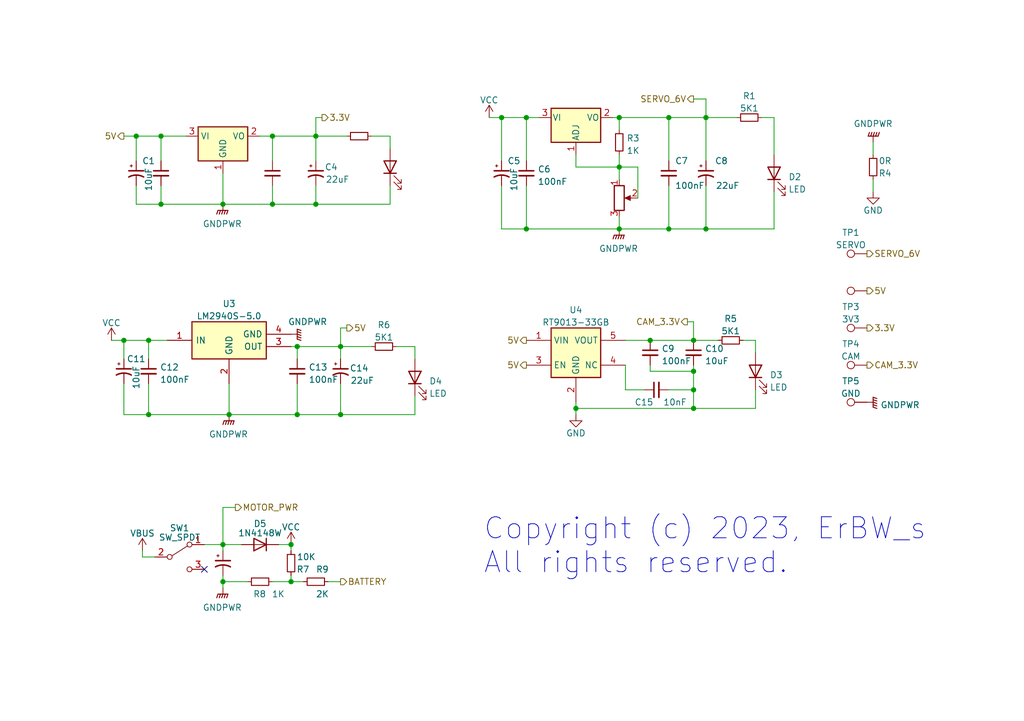
<source format=kicad_sch>
(kicad_sch (version 20230121) (generator eeschema)
  (paper "A5")
  (lib_symbols
    (symbol "Connector:TestPoint" (pin_numbers hide) (pin_names (offset 0.762) hide)
      (property "Reference" "TP" (at 0 6.858 0))
      (property "Value" "TestPoint" (at 0 5.08 0))
      (symbol "TestPoint_0_1"
        (circle (center 0 3.302) (radius 0.762))
      )
      (symbol "TestPoint_1_1"
        (pin passive line (at 0 0 90) (length 2.54) (name "1") (number "1"))
      )
    )
    (symbol "Device:C_Polarized_Small_US" (pin_numbers hide) (pin_names (offset 0.254) hide)
      (property "Reference" "C" (at 0.254 1.778 0))
      (property "Value" "C_Polarized_Small_US" (at 0.254 -2.032 0))
      (symbol "C_Polarized_Small_US_0_1"
        (polyline (pts (xy -1.524 0.508) (xy 1.524 0.508)) (stroke (width 0.3048)))
        (polyline (pts (xy -1.27 1.524) (xy -0.762 1.524)))
        (polyline (pts (xy -1.016 1.27) (xy -1.016 1.778)))
        (arc (start 1.524 -0.762) (mid 0 -0.3734) (end -1.524 -0.762) (stroke (width 0.3048)))
      )
      (symbol "C_Polarized_Small_US_1_1"
        (pin passive line (at 0 2.54 270) (length 2.032) (name "~") (number "1"))
        (pin passive line (at 0 -2.54 90) (length 2.032) (name "~") (number "2"))
      )
    )
    (symbol "Device:C_Small" (pin_numbers hide) (pin_names (offset 0.254) hide)
      (property "Reference" "C" (at 0.254 1.778 0))
      (property "Value" "C_Small" (at 0.254 -2.032 0))
      (symbol "C_Small_0_1"
        (polyline (pts (xy -1.524 -0.508) (xy 1.524 -0.508)) (stroke (width 0.3302)))
        (polyline (pts (xy -1.524 0.508) (xy 1.524 0.508)) (stroke (width 0.3048)))
      )
      (symbol "C_Small_1_1"
        (pin passive line (at 0 2.54 270) (length 2.032) (name "~") (number "1"))
        (pin passive line (at 0 -2.54 90) (length 2.032) (name "~") (number "2"))
      )
    )
    (symbol "Device:LED" (pin_numbers hide) (pin_names (offset 1.016) hide)
      (property "Reference" "D" (at 0 2.54 0))
      (property "Value" "LED" (at 0 -2.54 0))
      (symbol "LED_0_1"
        (polyline (pts (xy -1.27 -1.27) (xy -1.27 1.27)) (stroke (width 0.254)))
        (polyline (pts (xy -1.27 0) (xy 1.27 0)))
        (polyline (pts (xy 1.27 -1.27) (xy 1.27 1.27) (xy -1.27 0) (xy 1.27 -1.27)) (stroke (width 0.254)))
        (polyline (pts (xy -3.048 -0.762) (xy -4.572 -2.286) (xy -3.81 -2.286) (xy -4.572 -2.286) (xy -4.572 -1.524)))
        (polyline (pts (xy -1.778 -0.762) (xy -3.302 -2.286) (xy -2.54 -2.286) (xy -3.302 -2.286) (xy -3.302 -1.524)))
      )
      (symbol "LED_1_1"
        (pin passive line (at -3.81 0 0) (length 2.54) (name "K") (number "1"))
        (pin passive line (at 3.81 0 180) (length 2.54) (name "A") (number "2"))
      )
    )
    (symbol "Device:R_Potentiometer" (pin_names (offset 1.016) hide)
      (property "Reference" "RV" (at -4.445 0 90))
      (property "Value" "R_Potentiometer" (at -2.54 0 90))
      (symbol "R_Potentiometer_0_1"
        (polyline (pts (xy 2.54 0) (xy 1.524 0)))
        (polyline (pts (xy 1.143 0) (xy 2.286 0.508) (xy 2.286 -0.508) (xy 1.143 0)) (fill (type outline)))
        (rectangle (start 1.016 2.54) (end -1.016 -2.54) (stroke (width 0.254)))
      )
      (symbol "R_Potentiometer_1_1"
        (pin passive line (at 0 3.81 270) (length 1.27) (name "1") (number "1"))
        (pin passive line (at 3.81 0 180) (length 1.27) (name "2") (number "2"))
        (pin passive line (at 0 -3.81 90) (length 1.27) (name "3") (number "3"))
      )
    )
    (symbol "Device:R_Small" (pin_numbers hide) (pin_names (offset 0.254) hide)
      (property "Reference" "R" (at 0.762 0.508 0))
      (property "Value" "R_Small" (at 0.762 -1.016 0))
      (symbol "R_Small_0_1"
        (rectangle (start -0.762 1.778) (end 0.762 -1.778) (stroke (width 0.2032)))
      )
      (symbol "R_Small_1_1"
        (pin passive line (at 0 2.54 270) (length 0.762) (name "~") (number "1"))
        (pin passive line (at 0 -2.54 90) (length 0.762) (name "~") (number "2"))
      )
    )
    (symbol "Diode:1N4148W" (pin_numbers hide) (pin_names hide)
      (property "Reference" "D" (at 0 2.54 0))
      (property "Value" "1N4148W" (at 0 -2.54 0))
      (symbol "1N4148W_0_1"
        (polyline (pts (xy -1.27 1.27) (xy -1.27 -1.27)) (stroke (width 0.254)))
        (polyline (pts (xy 1.27 0) (xy -1.27 0)))
        (polyline (pts (xy 1.27 1.27) (xy 1.27 -1.27) (xy -1.27 0) (xy 1.27 1.27)) (stroke (width 0.254)))
      )
      (symbol "1N4148W_1_1"
        (pin passive line (at -3.81 0 0) (length 2.54) (name "K") (number "1"))
        (pin passive line (at 3.81 0 180) (length 2.54) (name "A") (number "2"))
      )
    )
    (symbol "ErBW_s:LM2940S-5.0" (pin_names (offset 0.762))
      (property "Reference" "U" (at 24.13 7.62 0))
      (property "Value" "LM2940S-5.0" (at 24.13 5.08 0))
      (symbol "LM2940S-5.0_0_0"
        (pin input line (at 0 -1.27 0) (length 5.08) (name "IN") (number "1"))
        (pin power_in line (at 12.7 -10.16 90) (length 5.08) (name "GND") (number "2"))
        (pin output line (at 25.4 -2.54 180) (length 5.08) (name "OUT") (number "3"))
        (pin power_in line (at 25.4 0 180) (length 5.08) (name "GND") (number "4"))
      )
      (symbol "LM2940S-5.0_0_1"
        (rectangle (start 5.08 2.54) (end 20.32 -5.08) (stroke (width 0.254)) (fill (type background)))
      )
    )
    (symbol "ErBW_s:RT9013-33GB"
      (property "Reference" "U" (at 0 6.35 0))
      (property "Value" "RT9013-33GB" (at 7.62 -6.35 0))
      (symbol "RT9013-33GB_0_0"
        (pin power_in line (at -10.16 2.54 0) (length 5.08) (name "VIN") (number "1"))
        (pin power_in line (at 0 -10.16 90) (length 5.08) (name "GND") (number "2"))
        (pin bidirectional line (at -10.16 -2.54 0) (length 5.08) (name "EN") (number "3"))
        (pin bidirectional line (at 10.16 -2.54 180) (length 5.08) (name "NC") (number "4"))
        (pin power_in line (at 10.16 2.54 180) (length 5.08) (name "VOUT") (number "5"))
      )
      (symbol "RT9013-33GB_0_1"
        (rectangle (start -5.08 5.08) (end 5.08 -5.08) (stroke (width 0.254)) (fill (type background)))
      )
    )
    (symbol "Regulator_Linear:AMS1117-3.3"
      (property "Reference" "U" (at -3.81 3.175 0))
      (property "Value" "AMS1117-3.3" (at 0 3.175 0))
      (symbol "AMS1117-3.3_0_1"
        (rectangle (start -5.08 -5.08) (end 5.08 1.905) (stroke (width 0.254)) (fill (type background)))
      )
      (symbol "AMS1117-3.3_1_1"
        (pin power_in line (at 0 -7.62 90) (length 2.54) (name "GND") (number "1"))
        (pin power_out line (at 7.62 0 180) (length 2.54) (name "VO") (number "2"))
        (pin power_in line (at -7.62 0 0) (length 2.54) (name "VI") (number "3"))
      )
    )
    (symbol "Regulator_Linear:LM1085-ADJ" (pin_names (offset 0.254))
      (property "Reference" "U" (at -3.81 3.175 0))
      (property "Value" "LM1085-ADJ" (at 0 3.175 0))
      (symbol "LM1085-ADJ_0_1"
        (rectangle (start -5.08 1.905) (end 5.08 -5.08) (stroke (width 0.254)) (fill (type background)))
      )
      (symbol "LM1085-ADJ_1_1"
        (pin input line (at 0 -7.62 90) (length 2.54) (name "ADJ") (number "1"))
        (pin power_out line (at 7.62 0 180) (length 2.54) (name "VO") (number "2"))
        (pin power_in line (at -7.62 0 0) (length 2.54) (name "VI") (number "3"))
      )
    )
    (symbol "Switch:SW_SPDT" (pin_names (offset 0) hide)
      (property "Reference" "SW" (at 0 4.318 0))
      (property "Value" "SW_SPDT" (at 0 -5.08 0))
      (symbol "SW_SPDT_0_0"
        (circle (center -2.032 0) (radius 0.508))
        (circle (center 2.032 -2.54) (radius 0.508))
      )
      (symbol "SW_SPDT_0_1"
        (polyline (pts (xy -1.524 0.254) (xy 1.651 2.286)))
        (circle (center 2.032 2.54) (radius 0.508))
      )
      (symbol "SW_SPDT_1_1"
        (pin passive line (at 5.08 2.54 180) (length 2.54) (name "A") (number "1"))
        (pin passive line (at -5.08 0 0) (length 2.54) (name "B") (number "2"))
        (pin passive line (at 5.08 -2.54 180) (length 2.54) (name "C") (number "3"))
      )
    )
    (symbol "power:GND" (power) (pin_names (offset 0))
      (property "Value" "GND" (at 0 -3.81 0))
      (symbol "GND_0_1"
        (polyline (pts (xy 0 0) (xy 0 -1.27) (xy 1.27 -1.27) (xy 0 -2.54) (xy -1.27 -1.27) (xy 0 -1.27)))
      )
      (symbol "GND_1_1"
        (pin power_in line (at 0 0 270) (length 0) hide (name "GND") (number "1"))
      )
    )
    (symbol "power:GNDPWR" (power) (pin_names (offset 0))
      (property "Value" "GNDPWR" (at 0 -3.302 0))
      (symbol "GNDPWR_0_1"
        (polyline (pts (xy 0 -1.27) (xy 0 0)))
        (polyline (pts (xy -1.016 -1.27) (xy -1.27 -2.032) (xy -1.27 -2.032)) (stroke (width 0.2032)))
        (polyline (pts (xy -0.508 -1.27) (xy -0.762 -2.032) (xy -0.762 -2.032)) (stroke (width 0.2032)))
        (polyline (pts (xy 0 -1.27) (xy -0.254 -2.032) (xy -0.254 -2.032)) (stroke (width 0.2032)))
        (polyline (pts (xy 0.508 -1.27) (xy 0.254 -2.032) (xy 0.254 -2.032)) (stroke (width 0.2032)))
        (polyline (pts (xy 1.016 -1.27) (xy -1.016 -1.27) (xy -1.016 -1.27)) (stroke (width 0.2032)))
        (polyline (pts (xy 1.016 -1.27) (xy 0.762 -2.032) (xy 0.762 -2.032) (xy 0.762 -2.032)) (stroke (width 0.2032)))
      )
      (symbol "GNDPWR_1_1"
        (pin power_in line (at 0 0 270) (length 0) hide (name "GNDPWR") (number "1"))
      )
    )
    (symbol "power:VBUS" (power) (pin_names (offset 0))
      (property "Value" "VBUS" (at 0 3.81 0))
      (symbol "VBUS_0_1"
        (polyline (pts (xy -0.762 1.27) (xy 0 2.54)))
        (polyline (pts (xy 0 0) (xy 0 2.54)))
        (polyline (pts (xy 0 2.54) (xy 0.762 1.27)))
      )
      (symbol "VBUS_1_1"
        (pin power_in line (at 0 0 90) (length 0) hide (name "VBUS") (number "1"))
      )
    )
    (symbol "power:VCC" (power) (pin_names (offset 0))
      (property "Value" "VCC" (at 0 3.81 0))
      (symbol "VCC_0_1"
        (polyline (pts (xy -0.762 1.27) (xy 0 2.54)))
        (polyline (pts (xy 0 0) (xy 0 2.54)))
        (polyline (pts (xy 0 2.54) (xy 0.762 1.27)))
      )
      (symbol "VCC_1_1"
        (pin power_in line (at 0 0 90) (length 0) hide (name "VCC") (number "1"))
      )
    )
  )
  (junction (at 144.78 24.13))
  (junction (at 45.72 41.91))
  (junction (at 118.11 83.82))
  (junction (at 142.24 83.82))
  (junction (at 137.16 24.13))
  (junction (at 45.72 119.38))
  (junction (at 30.48 85.09))
  (junction (at 33.02 41.91))
  (junction (at 102.87 24.13))
  (junction (at 59.69 111.76))
  (junction (at 60.96 71.12))
  (junction (at 60.96 85.09))
  (junction (at 64.77 41.91))
  (junction (at 107.95 46.99))
  (junction (at 55.88 27.94))
  (junction (at 127 46.99))
  (junction (at 142.24 80.01))
  (junction (at 27.94 27.94))
  (junction (at 142.24 69.85))
  (junction (at 45.72 111.76))
  (junction (at 59.69 119.38))
  (junction (at 127 24.13))
  (junction (at 25.4 69.85))
  (junction (at 69.85 85.09))
  (junction (at 69.85 71.12))
  (junction (at 30.48 69.85))
  (junction (at 55.88 41.91))
  (junction (at 64.77 27.94))
  (junction (at 133.35 69.85))
  (junction (at 33.02 27.94))
  (junction (at 142.24 76.2))
  (junction (at 127 34.29))
  (junction (at 137.16 46.99))
  (junction (at 107.95 24.13))
  (junction (at 144.78 46.99))
  (junction (at 46.99 85.09))
  (no_connect (at 41.91 116.84))
  (wire (pts (xy 64.77 27.94) (xy 71.12 27.94)))
  (wire (pts (xy 179.07 39.37) (xy 179.07 36.83)))
  (wire (pts (xy 142.24 20.32) (xy 144.78 20.32)))
  (wire (pts (xy 59.69 119.38) (xy 55.88 119.38)))
  (wire (pts (xy 33.02 27.94) (xy 38.1 27.94)))
  (wire (pts (xy 154.94 80.01) (xy 154.94 83.82)))
  (wire (pts (xy 128.27 69.85) (xy 133.35 69.85)))
  (wire (pts (xy 142.24 66.04) (xy 142.24 69.85)))
  (wire (pts (xy 144.78 20.32) (xy 144.78 24.13)))
  (wire (pts (xy 29.21 113.03) (xy 29.21 114.3)))
  (wire (pts (xy 158.75 39.37) (xy 158.75 46.99)))
  (wire (pts (xy 64.77 41.91) (xy 64.77 38.1)))
  (wire (pts (xy 85.09 81.28) (xy 85.09 85.09)))
  (wire (pts (xy 45.72 118.11) (xy 45.72 119.38)))
  (wire (pts (xy 107.95 38.1) (xy 107.95 46.99)))
  (wire (pts (xy 137.16 80.01) (xy 142.24 80.01)))
  (wire (pts (xy 118.11 85.09) (xy 118.11 83.82)))
  (wire (pts (xy 152.4 69.85) (xy 154.94 69.85)))
  (wire (pts (xy 127 24.13) (xy 137.16 24.13)))
  (wire (pts (xy 59.69 119.38) (xy 62.23 119.38)))
  (wire (pts (xy 60.96 85.09) (xy 69.85 85.09)))
  (wire (pts (xy 144.78 24.13) (xy 151.13 24.13)))
  (wire (pts (xy 142.24 74.93) (xy 142.24 76.2)))
  (wire (pts (xy 158.75 46.99) (xy 144.78 46.99)))
  (wire (pts (xy 125.73 24.13) (xy 127 24.13)))
  (wire (pts (xy 71.12 67.31) (xy 69.85 67.31)))
  (wire (pts (xy 85.09 71.12) (xy 85.09 73.66)))
  (wire (pts (xy 133.35 76.2) (xy 142.24 76.2)))
  (wire (pts (xy 57.15 111.76) (xy 59.69 111.76)))
  (wire (pts (xy 142.24 69.85) (xy 147.32 69.85)))
  (wire (pts (xy 127 44.45) (xy 127 46.99)))
  (wire (pts (xy 137.16 46.99) (xy 144.78 46.99)))
  (wire (pts (xy 22.86 69.85) (xy 25.4 69.85)))
  (wire (pts (xy 59.69 71.12) (xy 60.96 71.12)))
  (wire (pts (xy 25.4 69.85) (xy 25.4 73.66)))
  (wire (pts (xy 154.94 69.85) (xy 154.94 72.39)))
  (wire (pts (xy 55.88 27.94) (xy 55.88 33.02)))
  (wire (pts (xy 55.88 38.1) (xy 55.88 41.91)))
  (wire (pts (xy 158.75 24.13) (xy 158.75 31.75)))
  (wire (pts (xy 69.85 71.12) (xy 69.85 73.66)))
  (wire (pts (xy 27.94 27.94) (xy 27.94 33.02)))
  (wire (pts (xy 30.48 69.85) (xy 30.48 73.66)))
  (wire (pts (xy 25.4 27.94) (xy 27.94 27.94)))
  (wire (pts (xy 45.72 41.91) (xy 55.88 41.91)))
  (wire (pts (xy 45.72 111.76) (xy 45.72 113.03)))
  (wire (pts (xy 137.16 24.13) (xy 144.78 24.13)))
  (wire (pts (xy 80.01 41.91) (xy 64.77 41.91)))
  (wire (pts (xy 27.94 27.94) (xy 33.02 27.94)))
  (wire (pts (xy 130.81 40.64) (xy 130.81 34.29)))
  (wire (pts (xy 45.72 35.56) (xy 45.72 41.91)))
  (wire (pts (xy 156.21 24.13) (xy 158.75 24.13)))
  (wire (pts (xy 30.48 78.74) (xy 30.48 85.09)))
  (wire (pts (xy 81.28 71.12) (xy 85.09 71.12)))
  (wire (pts (xy 59.69 118.11) (xy 59.69 119.38)))
  (wire (pts (xy 102.87 24.13) (xy 102.87 33.02)))
  (wire (pts (xy 76.2 27.94) (xy 80.01 27.94)))
  (wire (pts (xy 154.94 83.82) (xy 142.24 83.82)))
  (wire (pts (xy 137.16 38.1) (xy 137.16 46.99)))
  (wire (pts (xy 48.26 104.14) (xy 45.72 104.14)))
  (wire (pts (xy 34.29 69.85) (xy 30.48 69.85)))
  (wire (pts (xy 137.16 24.13) (xy 137.16 33.02)))
  (wire (pts (xy 66.04 24.13) (xy 64.77 24.13)))
  (wire (pts (xy 53.34 27.94) (xy 55.88 27.94)))
  (wire (pts (xy 69.85 67.31) (xy 69.85 71.12)))
  (wire (pts (xy 46.99 85.09) (xy 60.96 85.09)))
  (wire (pts (xy 45.72 119.38) (xy 45.72 120.65)))
  (wire (pts (xy 25.4 78.74) (xy 25.4 85.09)))
  (wire (pts (xy 27.94 41.91) (xy 33.02 41.91)))
  (wire (pts (xy 127 24.13) (xy 127 26.67)))
  (wire (pts (xy 55.88 27.94) (xy 64.77 27.94)))
  (wire (pts (xy 69.85 85.09) (xy 85.09 85.09)))
  (wire (pts (xy 60.96 78.74) (xy 60.96 85.09)))
  (wire (pts (xy 46.99 78.74) (xy 46.99 85.09)))
  (wire (pts (xy 133.35 74.93) (xy 133.35 76.2)))
  (wire (pts (xy 127 34.29) (xy 127 36.83)))
  (wire (pts (xy 144.78 46.99) (xy 144.78 38.1)))
  (wire (pts (xy 59.69 111.76) (xy 59.69 113.03)))
  (wire (pts (xy 69.85 71.12) (xy 76.2 71.12)))
  (wire (pts (xy 128.27 80.01) (xy 132.08 80.01)))
  (wire (pts (xy 45.72 104.14) (xy 45.72 111.76)))
  (wire (pts (xy 144.78 24.13) (xy 144.78 33.02)))
  (wire (pts (xy 142.24 80.01) (xy 142.24 83.82)))
  (wire (pts (xy 133.35 69.85) (xy 142.24 69.85)))
  (wire (pts (xy 100.33 24.13) (xy 102.87 24.13)))
  (wire (pts (xy 55.88 41.91) (xy 64.77 41.91)))
  (wire (pts (xy 29.21 114.3) (xy 31.75 114.3)))
  (wire (pts (xy 27.94 38.1) (xy 27.94 41.91)))
  (wire (pts (xy 140.97 66.04) (xy 142.24 66.04)))
  (wire (pts (xy 45.72 119.38) (xy 50.8 119.38)))
  (wire (pts (xy 107.95 24.13) (xy 102.87 24.13)))
  (wire (pts (xy 80.01 38.1) (xy 80.01 41.91)))
  (wire (pts (xy 64.77 24.13) (xy 64.77 27.94)))
  (wire (pts (xy 118.11 83.82) (xy 118.11 82.55)))
  (wire (pts (xy 142.24 76.2) (xy 142.24 80.01)))
  (wire (pts (xy 69.85 119.38) (xy 67.31 119.38)))
  (wire (pts (xy 102.87 38.1) (xy 102.87 46.99)))
  (wire (pts (xy 33.02 27.94) (xy 33.02 33.02)))
  (wire (pts (xy 69.85 78.74) (xy 69.85 85.09)))
  (wire (pts (xy 110.49 24.13) (xy 107.95 24.13)))
  (wire (pts (xy 80.01 27.94) (xy 80.01 30.48)))
  (wire (pts (xy 130.81 34.29) (xy 127 34.29)))
  (wire (pts (xy 128.27 74.93) (xy 128.27 80.01)))
  (wire (pts (xy 33.02 41.91) (xy 45.72 41.91)))
  (wire (pts (xy 127 31.75) (xy 127 34.29)))
  (wire (pts (xy 179.07 31.75) (xy 179.07 29.21)))
  (wire (pts (xy 127 34.29) (xy 118.11 34.29)))
  (wire (pts (xy 127 46.99) (xy 137.16 46.99)))
  (wire (pts (xy 64.77 27.94) (xy 64.77 33.02)))
  (wire (pts (xy 45.72 111.76) (xy 49.53 111.76)))
  (wire (pts (xy 30.48 85.09) (xy 46.99 85.09)))
  (wire (pts (xy 33.02 38.1) (xy 33.02 41.91)))
  (wire (pts (xy 25.4 85.09) (xy 30.48 85.09)))
  (wire (pts (xy 60.96 71.12) (xy 69.85 71.12)))
  (wire (pts (xy 107.95 24.13) (xy 107.95 33.02)))
  (wire (pts (xy 142.24 83.82) (xy 118.11 83.82)))
  (wire (pts (xy 118.11 34.29) (xy 118.11 31.75)))
  (wire (pts (xy 60.96 71.12) (xy 60.96 73.66)))
  (wire (pts (xy 102.87 46.99) (xy 107.95 46.99)))
  (wire (pts (xy 107.95 46.99) (xy 127 46.99)))
  (wire (pts (xy 41.91 111.76) (xy 45.72 111.76)))
  (wire (pts (xy 30.48 69.85) (xy 25.4 69.85)))
  (text "Copyright (c) 2023, ErBW_s\nAll rights reserved." (at 99.06 118.11 0) (effects (font (size 4.318 4.318)) (justify left bottom)))
  (hierarchical_label "CAM_3.3V" (shape output) (at 177.8 74.93 0))
  (hierarchical_label "5V" (shape output) (at 71.12 67.31 0))
  (hierarchical_label "CAM_3.3V" (shape output) (at 140.97 66.04 180))
  (hierarchical_label "BATTERY" (shape output) (at 69.85 119.38 0))
  (hierarchical_label "3.3V" (shape output) (at 177.8 67.31 0))
  (hierarchical_label "5V" (shape output) (at 107.95 74.93 180))
  (hierarchical_label "SERVO_6V" (shape output) (at 142.24 20.32 180))
  (hierarchical_label "SERVO_6V" (shape output) (at 177.8 52.07 0))
  (hierarchical_label "5V" (shape output) (at 177.8 59.69 0))
  (hierarchical_label "5V" (shape output) (at 25.4 27.94 180))
  (hierarchical_label "MOTOR_PWR" (shape output) (at 48.26 104.14 0))
  (hierarchical_label "3.3V" (shape output) (at 66.04 24.13 0))
  (hierarchical_label "5V" (shape output) (at 107.95 69.85 180))
  (symbol (lib_id "Device:C_Small") (at 137.16 35.56 0) (unit 1)
    (property "Reference" "C7" (at 138.43 33.02 0) (effects (justify left)))
    (property "Value" "100nF" (at 138.43 38.1 0) (effects (justify left)))
    (property "Footprint" "Capacitor_SMD:C_0603_1608Metric" (effects hide))
  )
  (symbol (lib_id "Regulator_Linear:LM1085-ADJ") (at 118.11 24.13 0) (unit 1)
    (property "Reference" "U1" (at 118.11 18.5252 0))
    (property "Value" "LM1085-ADJ" (at 118.11 21.0621 0))
    (property "Footprint" "Package_TO_SOT_SMD:TO-263-3_TabPin4" (effects hide))
    (property "Reference" "U?" (effects hide))
    (property "Value" "LM1085-ADJ" (effects hide))
    (instances (project "FrontCarMotherBoard" (path "" (reference "U1") (unit 1))))
  )
  (symbol (lib_id "Device:C_Polarized_Small_US") (at 45.72 115.57 0) (unit 1)
    (property "Reference" "C16" (at 48.0314 114.3035 0) (effects (justify left)))
    (property "Value" "470uF" (at 48.0314 116.8404 0) (effects (justify left)))
    (property "Footprint" "Capacitor_Tantalum_SMD:CP_EIA-7343-30_AVX-N" (effects hide))
    (property "Reference" "C?" (effects hide))
    (property "Value" "470uF" (effects hide))
    (instances (project "FrontCarMotherBoard" (path "" (reference "C16") (unit 1))))
  )
  (symbol (lib_id "Device:LED") (at 154.94 76.2 90) (unit 1)
    (property "Reference" "D3" (at 157.861 76.9528 90) (effects (justify right)))
    (property "Value" "LED" (at 157.861 79.4897 90) (effects (justify right)))
    (property "Footprint" "LED_SMD:LED_0805_2012Metric" (effects hide))
  )
  (symbol (lib_id "power:VCC") (at 59.69 111.76 0) (unit 1)
    (property "Reference" "#PWR011" (effects hide))
    (property "Value" "VCC" (at 59.69 108.1842 0))
  )
  (symbol (lib_id "Connector:TestPoint") (at 177.8 52.07 90) (unit 1)
    (property "Reference" "TP1" (at 174.498 47.7352 90))
    (property "Value" "SERVO" (at 174.498 50.2721 90))
    (property "Footprint" "TestPoint:TestPoint_Pad_D2.5mm" (effects hide))
  )
  (symbol (lib_id "Device:R_Potentiometer") (at 127 40.64 0) (unit 1)
    (property "Reference" "RV1" (at 125.2221 39.8053 0) (effects (justify right)))
    (property "Value" "3296W" (at 125.2221 42.3422 0) (effects (justify right)))
    (property "Footprint" "ErBW_s:3296W" (effects hide))
    (property "Reference" "RV?" (effects hide))
    (property "Value" "3296W" (effects hide))
    (instances (project "FrontCarMotherBoard" (path "" (reference "RV1") (unit 1))))
  )
  (symbol (lib_id "power:GNDPWR") (at 45.72 41.91 0) (unit 1)
    (property "Reference" "#PWR04" (effects hide))
    (property "Value" "GNDPWR" (at 45.593 45.947 0))
  )
  (symbol (lib_id "Device:C_Small") (at 133.35 72.39 0) (unit 1)
    (property "Reference" "C9" (at 135.6741 71.5616 0) (effects (justify left)))
    (property "Value" "100nF" (at 135.6741 74.0985 0) (effects (justify left)))
    (property "Footprint" "Capacitor_SMD:C_0603_1608Metric" (effects hide))
  )
  (symbol (lib_id "power:GNDPWR") (at 179.07 29.21 180) (unit 1)
    (property "Reference" "#PWR02" (effects hide))
    (property "Value" "GNDPWR" (at 179.07 25.4 0))
  )
  (symbol (lib_id "Device:LED") (at 158.75 35.56 90) (unit 1)
    (property "Reference" "D2" (at 161.671 36.3128 90) (effects (justify right)))
    (property "Value" "LED" (at 161.671 38.8497 90) (effects (justify right)))
    (property "Footprint" "LED_SMD:LED_0805_2012Metric" (effects hide))
  )
  (symbol (lib_id "Device:C_Polarized_Small_US") (at 144.78 35.56 0) (unit 1)
    (property "Reference" "C8" (at 147.955 33.02 0))
    (property "Value" "22uF" (at 149.225 38.1 0))
    (property "Footprint" "Capacitor_Tantalum_SMD:CP_EIA-3528-15_AVX-H" (effects hide))
  )
  (symbol (lib_id "Device:R_Small") (at 73.66 27.94 90) (unit 1)
    (property "Reference" "R2" (at 73.66 23.5036 90))
    (property "Value" "5K1" (at 73.66 26.0405 90))
    (property "Footprint" "Resistor_SMD:R_0603_1608Metric" (effects hide))
    (property "Reference" "R?" (effects hide))
    (property "Value" "5K1" (effects hide))
    (instances (project "FrontCarMotherBoard" (path "" (reference "R2") (unit 1))))
  )
  (symbol (lib_id "power:GND") (at 179.07 39.37 0) (unit 1)
    (property "Reference" "#PWR03" (effects hide))
    (property "Value" "GND" (at 179.07 43.18 0))
  )
  (symbol (lib_id "power:VBUS") (at 29.21 113.03 0) (unit 1)
    (property "Reference" "#PWR012" (effects hide))
    (property "Value" "VBUS" (at 29.21 109.4542 0))
  )
  (symbol (lib_id "Device:C_Small") (at 134.62 80.01 90) (unit 1)
    (property "Reference" "C15" (at 132.08 82.55 90))
    (property "Value" "10nF" (at 138.43 82.55 90))
    (property "Footprint" "Capacitor_SMD:C_0603_1608Metric" (effects hide))
  )
  (symbol (lib_id "Device:C_Small") (at 60.96 76.2 0) (unit 1)
    (property "Reference" "C13" (at 63.2841 75.3716 0) (effects (justify left)))
    (property "Value" "100nF" (at 63.2841 77.9085 0) (effects (justify left)))
    (property "Footprint" "Capacitor_SMD:C_0603_1608Metric" (effects hide))
  )
  (symbol (lib_id "power:GND") (at 118.11 85.09 0) (unit 1)
    (property "Reference" "#PWR010" (effects hide))
    (property "Value" "GND" (at 118.11 88.9 0))
  )
  (symbol (lib_id "Device:C_Small") (at 55.88 35.56 0) (unit 1)
    (property "Reference" "C3" (at 58.2041 34.7316 0) (effects (justify left)))
    (property "Value" "100nF" (at 58.2041 37.2685 0) (effects (justify left)))
    (property "Footprint" "Capacitor_SMD:C_0603_1608Metric" (effects hide))
    (property "Reference" "C?" (effects hide))
    (property "Value" "0.1uF" (effects hide))
    (instances (project "FrontCarMotherBoard" (path "" (reference "C3") (unit 1))))
  )
  (symbol (lib_id "Device:R_Small") (at 149.86 69.85 90) (unit 1)
    (property "Reference" "R5" (at 149.86 65.4136 90))
    (property "Value" "5K1" (at 149.86 67.9505 90))
    (property "Footprint" "Resistor_SMD:R_0603_1608Metric" (effects hide))
  )
  (symbol (lib_id "Regulator_Linear:AMS1117-3.3") (at 45.72 27.94 0) (unit 1)
    (property "Reference" "U2" (at 45.72 22.3352 0))
    (property "Value" "AMS1117-3.3" (at 45.72 24.8721 0))
    (property "Footprint" "Package_TO_SOT_SMD:SOT-223" (effects hide))
    (property "Reference" "U?" (effects hide))
    (property "Value" "AMS1117-3.3" (effects hide))
    (instances (project "FrontCarMotherBoard" (path "" (reference "U2") (unit 1))))
  )
  (symbol (lib_id "Device:R_Small") (at 64.77 119.38 90) (unit 1)
    (property "Reference" "R9" (at 64.77 116.84 90) (effects (justify right)))
    (property "Value" "2K" (at 64.77 121.92 90) (effects (justify right)))
    (property "Footprint" "Resistor_SMD:R_0603_1608Metric" (effects hide))
  )
  (symbol (lib_id "power:GNDPWR") (at 127 46.99 0) (unit 1)
    (property "Reference" "#PWR05" (effects hide))
    (property "Value" "GNDPWR" (at 126.873 51.027 0))
  )
  (symbol (lib_id "Device:C_Small") (at 30.48 76.2 0) (unit 1)
    (property "Reference" "C12" (at 32.8041 75.3716 0) (effects (justify left)))
    (property "Value" "100nF" (at 32.8041 77.9085 0) (effects (justify left)))
    (property "Footprint" "Capacitor_SMD:C_0603_1608Metric" (effects hide))
  )
  (symbol (lib_id "Device:C_Small") (at 33.02 35.56 0) (unit 1)
    (property "Reference" "C2" (at 35.3441 34.7316 0) (effects (justify left)))
    (property "Value" "100nF" (at 35.3441 37.2685 0) (effects (justify left)))
    (property "Footprint" "Capacitor_SMD:C_0603_1608Metric" (effects hide))
    (property "Reference" "C?" (effects hide))
    (property "Value" "0.1uF" (effects hide))
    (instances (project "FrontCarMotherBoard" (path "" (reference "C2") (unit 1))))
  )
  (symbol (lib_id "Device:R_Small") (at 78.74 71.12 90) (unit 1)
    (property "Reference" "R6" (at 78.74 66.6836 90))
    (property "Value" "5K1" (at 78.74 69.2205 90))
    (property "Footprint" "Resistor_SMD:R_0603_1608Metric" (effects hide))
  )
  (symbol (lib_id "Device:R_Small") (at 53.34 119.38 270) (unit 1)
    (property "Reference" "R8" (at 54.61 121.92 90) (effects (justify right)))
    (property "Value" "1K" (at 58.42 121.92 90) (effects (justify right)))
    (property "Footprint" "Resistor_SMD:R_0603_1608Metric" (effects hide))
  )
  (symbol (lib_id "Device:LED") (at 80.01 34.29 90) (unit 1)
    (property "Reference" "D1" (at 82.931 35.0428 90) (effects (justify right)))
    (property "Value" "LED" (at 82.931 37.5797 90) (effects (justify right)))
    (property "Footprint" "LED_SMD:LED_0805_2012Metric" (effects hide))
    (property "Reference" "D?" (effects hide))
    (property "Value" "LED" (effects hide))
    (instances (project "FrontCarMotherBoard" (path "" (reference "D1") (unit 1))))
  )
  (symbol (lib_id "Device:C_Polarized_Small_US") (at 64.77 35.56 0) (unit 1)
    (property "Reference" "C4" (at 67.945 34.29 0))
    (property "Value" "22uF" (at 69.215 36.83 0))
    (property "Footprint" "Capacitor_Tantalum_SMD:CP_EIA-3528-15_AVX-H" (effects hide))
  )
  (symbol (lib_id "power:GNDPWR") (at 177.8 82.55 90) (unit 1)
    (property "Reference" "#PWR08" (effects hide))
    (property "Value" "GNDPWR" (at 180.5686 83.1108 90) (effects (justify right)))
  )
  (symbol (lib_id "Device:R_Small") (at 59.69 115.57 0) (unit 1)
    (property "Reference" "R7" (at 63.5 116.84 0) (effects (justify right)))
    (property "Value" "10K" (at 64.77 114.3 0) (effects (justify right)))
    (property "Footprint" "Resistor_SMD:R_0603_1608Metric" (effects hide))
  )
  (symbol (lib_id "Device:R_Small") (at 179.07 34.29 0) (unit 1)
    (property "Reference" "R4" (at 182.88 35.56 0) (effects (justify right)))
    (property "Value" "0R" (at 182.88 33.02 0) (effects (justify right)))
    (property "Footprint" "Resistor_SMD:R_1206_3216Metric_Pad1.30x1.75mm_HandSolder" (effects hide))
  )
  (symbol (lib_id "Switch:SW_SPDT") (at 36.83 114.3 0) (unit 1)
    (property "Reference" "SW1" (at 36.83 108.3691 0))
    (property "Value" "SW_SPDT" (at 36.83 110.2901 0))
    (property "Footprint" "ErBW_s:SPDT_MTS_102" (effects hide))
  )
  (symbol (lib_id "power:GNDPWR") (at 59.69 68.58 90) (unit 1)
    (property "Reference" "#PWR06" (effects hide))
    (property "Value" "GNDPWR" (at 59.055 66.04 90) (effects (justify right)))
  )
  (symbol (lib_id "Device:C_Polarized_Small_US") (at 102.87 35.56 0) (unit 1)
    (property "Reference" "C5" (at 105.41 33.02 0))
    (property "Value" "10uF" (at 105.41 36.83 90))
    (property "Footprint" "Capacitor_Tantalum_SMD:CP_EIA-3528-15_AVX-H" (effects hide))
  )
  (symbol (lib_id "power:GNDPWR") (at 45.72 120.65 0) (unit 1)
    (property "Reference" "#PWR013" (effects hide))
    (property "Value" "GNDPWR" (at 45.593 124.687 0))
  )
  (symbol (lib_id "Device:C_Polarized_Small_US") (at 27.94 35.56 0) (unit 1)
    (property "Reference" "C1" (at 30.48 33.02 0))
    (property "Value" "10uF" (at 30.48 36.83 90))
    (property "Footprint" "Capacitor_Tantalum_SMD:CP_EIA-3528-15_AVX-H" (effects hide))
  )
  (symbol (lib_id "Connector:TestPoint") (at 177.8 74.93 90) (unit 1)
    (property "Reference" "TP4" (at 174.498 70.5952 90))
    (property "Value" "CAM" (at 174.498 73.1321 90))
    (property "Footprint" "TestPoint:TestPoint_Pad_D2.5mm" (effects hide))
  )
  (symbol (lib_id "ErBW_s:RT9013-33GB") (at 118.11 72.39 0) (unit 1)
    (property "Reference" "U4" (at 118.11 63.6102 0))
    (property "Value" "RT9013-33GB" (at 118.11 66.1471 0))
    (property "Footprint" "Package_TO_SOT_SMD:SOT-23-5" (effects hide))
  )
  (symbol (lib_id "power:VCC") (at 100.33 24.13 0) (unit 1)
    (property "Reference" "#PWR01" (effects hide))
    (property "Value" "VCC" (at 100.33 20.5542 0))
  )
  (symbol (lib_id "ErBW_s:LM2940S-5.0") (at 34.29 68.58 0) (unit 1)
    (property "Reference" "U3" (at 46.99 62.3402 0))
    (property "Value" "LM2940S-5.0" (at 46.99 64.8771 0))
    (property "Footprint" "Package_TO_SOT_SMD:TO-263-3_TabPin4" (effects hide))
    (property "Datasheet" "http://www.ti.com/lit/ds/symlink/lm2940-n.pdf" (effects hide))
    (property "Description" "1A Low Dropout Regulator  LM2940S-5.0" (effects hide))
    (property "Height" "4.64" (effects hide))
    (property "Manufacturer_Name" "Texas Instruments" (effects hide))
    (property "Manufacturer_Part_Number" "LM2940S-5.0/NOPB" (effects hide))
    (property "Mouser Part Number" "926-LM2940S-5.0/NOPB" (effects hide))
    (property "Mouser Price/Stock" "https://www.mouser.co.uk/ProductDetail/Texas-Instruments/LM2940S-5.0-NOPB?qs=X1J7HmVL2ZGiLtaPLl7V2Q%3D%3D" (effects hide))
    (property "Arrow Part Number" "LM2940S-5.0/NOPB" (effects hide))
    (property "Arrow Price/Stock" "https://www.arrow.com/en/products/lm2940s-5.0nopb/texas-instruments?region=nac" (effects hide))
  )
  (symbol (lib_id "Device:LED") (at 85.09 77.47 90) (unit 1)
    (property "Reference" "D4" (at 88.011 78.2228 90) (effects (justify right)))
    (property "Value" "LED" (at 88.011 80.7597 90) (effects (justify right)))
    (property "Footprint" "LED_SMD:LED_0805_2012Metric" (effects hide))
  )
  (symbol (lib_id "Device:C_Polarized_Small_US") (at 25.4 76.2 0) (unit 1)
    (property "Reference" "C11" (at 27.94 73.66 0))
    (property "Value" "10uF" (at 27.94 77.47 90))
    (property "Footprint" "Capacitor_Tantalum_SMD:CP_EIA-3528-15_AVX-H" (effects hide))
  )
  (symbol (lib_id "Connector:TestPoint") (at 177.8 82.55 90) (unit 1)
    (property "Reference" "TP5" (at 174.498 78.2152 90))
    (property "Value" "GND" (at 174.498 80.7521 90))
    (property "Footprint" "TestPoint:TestPoint_Pad_D2.5mm" (effects hide))
  )
  (symbol (lib_id "Connector:TestPoint") (at 177.8 67.31 90) (unit 1)
    (property "Reference" "TP3" (at 174.498 62.9752 90))
    (property "Value" "3V3" (at 174.498 65.5121 90))
    (property "Footprint" "TestPoint:TestPoint_Pad_D2.5mm" (effects hide))
  )
  (symbol (lib_id "power:GNDPWR") (at 46.99 85.09 0) (unit 1)
    (property "Reference" "#PWR09" (effects hide))
    (property "Value" "GNDPWR" (at 46.863 89.127 0))
  )
  (symbol (lib_id "Device:C_Small") (at 142.24 72.39 0) (unit 1)
    (property "Reference" "C10" (at 144.5641 71.5616 0) (effects (justify left)))
    (property "Value" "10uF" (at 144.5641 74.0985 0) (effects (justify left)))
    (property "Footprint" "Capacitor_SMD:C_0603_1608Metric" (effects hide))
  )
  (symbol (lib_id "Diode:1N4148W") (at 53.34 111.76 180) (unit 1)
    (property "Reference" "D5" (at 53.34 107.4801 0))
    (property "Value" "1N4148W" (at 53.34 109.4011 0))
    (property "Footprint" "Diode_SMD:D_SMA" (effects hide))
    (property "Datasheet" "https://www.vishay.com/docs/85748/1n4148w.pdf" (effects hide))
    (property "Sim.Device" "D" (effects hide))
    (property "Sim.Pins" "1=K 2=A" (effects hide))
  )
  (symbol (lib_id "Device:C_Polarized_Small_US") (at 69.85 76.2 0) (unit 1)
    (property "Reference" "C14" (at 73.66 75.565 0))
    (property "Value" "22uF" (at 74.295 78.105 0))
    (property "Footprint" "Capacitor_Tantalum_SMD:CP_EIA-3528-15_AVX-H" (effects hide))
  )
  (symbol (lib_id "power:VCC") (at 22.86 69.85 0) (unit 1)
    (property "Reference" "#PWR07" (effects hide))
    (property "Value" "VCC" (at 22.86 66.2742 0))
  )
  (symbol (lib_id "Device:R_Small") (at 127 29.21 180) (unit 1)
    (property "Reference" "R3" (at 128.4986 28.3753 0) (effects (justify right)))
    (property "Value" "1K" (at 128.4986 30.9122 0) (effects (justify right)))
    (property "Footprint" "Resistor_SMD:R_0603_1608Metric" (effects hide))
  )
  (symbol (lib_id "Device:R_Small") (at 153.67 24.13 90) (unit 1)
    (property "Reference" "R1" (at 153.67 19.6936 90))
    (property "Value" "5K1" (at 153.67 22.2305 90))
    (property "Footprint" "Resistor_SMD:R_0603_1608Metric" (effects hide))
  )
  (symbol (lib_id "Device:C_Small") (at 107.95 35.56 0) (unit 1)
    (property "Reference" "C6" (at 110.2741 34.7316 0) (effects (justify left)))
    (property "Value" "100nF" (at 110.2741 37.2685 0) (effects (justify left)))
    (property "Footprint" "Capacitor_SMD:C_0603_1608Metric" (effects hide))
  )
  (symbol (lib_id "Connector:TestPoint") (at 177.8 59.69 90) (unit 1)
    (property "Reference" "TP2" (at 174.498 55.3552 90))
    (property "Value" "5V" (at 174.498 57.8921 90))
    (property "Footprint" "TestPoint:TestPoint_Pad_D2.5mm" (effects hide))
    (property "Footprint" "TestPoint:TestPoint_Pad_D2.5mm" (effects hide))
    (property "Reference" "TP?" (effects hide))
    (property "Value" "5V" (effects hide))
    (instances (project "FrontCarMotherBoard" (path "" (reference "TP2") (unit 1))))
  )
)
</source>
